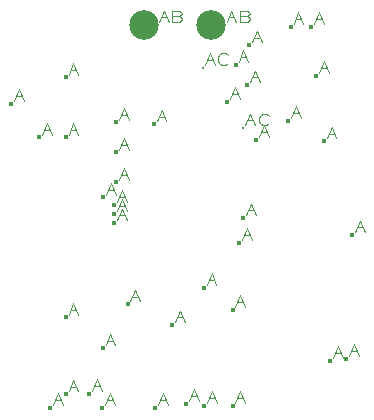
<source format=gbr>
G04 GENERATED BY PULSONIX 12.5 GERBER.DLL 9449*
G04 #@! TF.GenerationSoftware,Pulsonix,Pulsonix,12.5.9449*
G04 #@! TF.CreationDate,2024-02-09T14:36:55--1:00*
G04 #@! TF.Part,Single*
%FSLAX35Y35*%
%LPD*%
%MOMM*%
G04 #@! TF.FileFunction,Drillmap*
G04 #@! TF.FilePolarity,Positive*
G04 #@! TA.AperFunction,ViaPad*
%ADD96C,0.40000*%
G04 #@! TD.AperFunction*
%ADD97C,0.10000*%
G04 #@! TA.AperFunction,ViaPad*
%ADD98C,0.30000*%
G04 #@! TA.AperFunction,ComponentPad*
%ADD99C,2.50000*%
G04 #@! TD.AperFunction*
X0Y0D02*
D02*
D96*
X469500Y3660375D03*
X707625Y3374625D03*
X796996Y1087000D03*
X929875Y1199750D03*
Y1850625D03*
Y3374625D03*
Y3882625D03*
X1130625Y1203865D03*
X1241496Y1087000D03*
X1242581Y1588798D03*
X1247375Y2866625D03*
X1338006Y2647882D03*
Y2727192D03*
Y2805668D03*
X1358500Y2993625D03*
Y3247625D03*
Y3501625D03*
X1453750Y1961750D03*
X1676000Y3485750D03*
X1685996Y1087000D03*
X1829125Y1785500D03*
X1948700Y1118750D03*
X2099000Y2103000D03*
X2104625Y1104500D03*
X2295125Y3676250D03*
X2342750Y1104500D03*
Y1914125D03*
X2368875Y3992125D03*
X2400625Y2484000D03*
X2432375Y2690375D03*
X2464125Y3817500D03*
X2483232Y4153924D03*
X2540500Y3357125D03*
X2813375Y3515875D03*
X2834875Y4311250D03*
X3009500D03*
X3051500Y3896875D03*
X3115000Y3341250D03*
X3168250Y1485500D03*
X3305500Y1499750D03*
X3353125Y2547500D03*
D02*
D97*
X494500Y3685081D02*
X535676Y3783904D01*
X576853Y3685081D01*
X510971Y3726257D02*
X560382Y3726257D01*
X732625Y3399331D02*
X773801Y3498154D01*
X814978Y3399331D01*
X749096Y3440507D02*
X798507Y3440507D01*
X821996Y1111706D02*
X863172Y1210529D01*
X904349Y1111706D01*
X838467Y1152882D02*
X887878Y1152882D01*
X954875Y1224456D02*
X996051Y1323279D01*
X1037228Y1224456D01*
X971346Y1265632D02*
X1020757Y1265632D01*
X954875Y1875331D02*
X996051Y1974154D01*
X1037228Y1875331D01*
X971346Y1916507D02*
X1020757Y1916507D01*
X954875Y3399331D02*
X996051Y3498154D01*
X1037228Y3399331D01*
X971346Y3440507D02*
X1020757Y3440507D01*
X954875Y3907331D02*
X996051Y4006154D01*
X1037228Y3907331D01*
X971346Y3948507D02*
X1020757Y3948507D01*
X1155625Y1228571D02*
X1196801Y1327394D01*
X1237978Y1228571D01*
X1172096Y1269747D02*
X1221507Y1269747D01*
X1266496Y1111706D02*
X1307672Y1210529D01*
X1348849Y1111706D01*
X1282967Y1152882D02*
X1332378Y1152882D01*
X1267581Y1613504D02*
X1308757Y1712327D01*
X1349934Y1613504D01*
X1284052Y1654680D02*
X1333463Y1654680D01*
X1272375Y2891331D02*
X1313551Y2990154D01*
X1354728Y2891331D01*
X1288846Y2932507D02*
X1338257Y2932507D01*
X1363006Y2672588D02*
X1404182Y2771411D01*
X1445359Y2672588D01*
X1379477Y2713764D02*
X1428888Y2713764D01*
X1363006Y2751898D02*
X1404182Y2850721D01*
X1445359Y2751898D01*
X1379477Y2793074D02*
X1428888Y2793074D01*
X1363006Y2830374D02*
X1404182Y2929197D01*
X1445359Y2830374D01*
X1379477Y2871550D02*
X1428888Y2871550D01*
X1383500Y3018331D02*
X1424676Y3117154D01*
X1465853Y3018331D01*
X1399971Y3059507D02*
X1449382Y3059507D01*
X1383500Y3272331D02*
X1424676Y3371154D01*
X1465853Y3272331D01*
X1399971Y3313507D02*
X1449382Y3313507D01*
X1383500Y3526331D02*
X1424676Y3625154D01*
X1465853Y3526331D01*
X1399971Y3567507D02*
X1449382Y3567507D01*
X1478750Y1986456D02*
X1519926Y2085279D01*
X1561103Y1986456D01*
X1495221Y2027632D02*
X1544632Y2027632D01*
X1701000Y3510456D02*
X1742176Y3609279D01*
X1783353Y3510456D01*
X1717471Y3551632D02*
X1766882Y3551632D01*
X1710996Y1111706D02*
X1752172Y1210529D01*
X1793349Y1111706D01*
X1727467Y1152882D02*
X1776878Y1152882D01*
X1721000Y4350206D02*
X1762176Y4449029D01*
X1803353Y4350206D01*
X1737471Y4391382D02*
X1786882Y4391382D01*
X1892047Y4399618D02*
X1908518Y4391382D01*
X1916753Y4374912D01*
X1908518Y4358441D01*
X1892047Y4350206D01*
X1834400D01*
Y4449029D01*
X1892047D01*
X1908518Y4440794D01*
X1916753Y4424324D01*
X1908518Y4407853D01*
X1892047Y4399618D01*
X1834400D01*
X1854125Y1810206D02*
X1895301Y1909029D01*
X1936478Y1810206D01*
X1870596Y1851382D02*
X1920007Y1851382D01*
X1973700Y1143456D02*
X2014876Y1242279D01*
X2056053Y1143456D01*
X1990171Y1184632D02*
X2039582Y1184632D01*
X2108750Y3986706D02*
X2149926Y4085529D01*
X2191103Y3986706D01*
X2125221Y4027882D02*
X2174632Y4027882D01*
X2304503Y4003176D02*
X2296268Y3994941D01*
X2279797Y3986706D01*
X2255091D01*
X2238621Y3994941D01*
X2230385Y4003176D01*
X2222150Y4019647D01*
Y4052588D01*
X2230385Y4069059D01*
X2238621Y4077294D01*
X2255091Y4085529D01*
X2279797D01*
X2296268Y4077294D01*
X2304503Y4069059D01*
X2124000Y2127706D02*
X2165176Y2226529D01*
X2206353Y2127706D01*
X2140471Y2168882D02*
X2189882Y2168882D01*
X2129625Y1129206D02*
X2170801Y1228029D01*
X2211978Y1129206D01*
X2146096Y1170382D02*
X2195507Y1170382D01*
X2292500Y4350206D02*
X2333676Y4449029D01*
X2374853Y4350206D01*
X2308971Y4391382D02*
X2358382Y4391382D01*
X2463547Y4399618D02*
X2480018Y4391382D01*
X2488253Y4374912D01*
X2480018Y4358441D01*
X2463547Y4350206D01*
X2405900D01*
Y4449029D01*
X2463547D01*
X2480018Y4440794D01*
X2488253Y4424324D01*
X2480018Y4407853D01*
X2463547Y4399618D01*
X2405900D01*
X2320125Y3700956D02*
X2361301Y3799779D01*
X2402478Y3700956D01*
X2336596Y3742132D02*
X2386007Y3742132D01*
X2367750Y1129206D02*
X2408926Y1228029D01*
X2450103Y1129206D01*
X2384221Y1170382D02*
X2433632Y1170382D01*
X2367750Y1938831D02*
X2408926Y2037654D01*
X2450103Y1938831D01*
X2384221Y1980007D02*
X2433632Y1980007D01*
X2393875Y4016831D02*
X2435051Y4115654D01*
X2476228Y4016831D01*
X2410346Y4058007D02*
X2459757Y4058007D01*
X2425625Y2508706D02*
X2466801Y2607529D01*
X2507978Y2508706D01*
X2442096Y2549882D02*
X2491507Y2549882D01*
X2452375Y3477081D02*
X2493551Y3575904D01*
X2534728Y3477081D01*
X2468846Y3518257D02*
X2518257Y3518257D01*
X2648128Y3493551D02*
X2639893Y3485316D01*
X2623422Y3477081D01*
X2598716D01*
X2582246Y3485316D01*
X2574010Y3493551D01*
X2565775Y3510022D01*
Y3542963D01*
X2574010Y3559434D01*
X2582246Y3567669D01*
X2598716Y3575904D01*
X2623422D01*
X2639893Y3567669D01*
X2648128Y3559434D01*
X2457375Y2715081D02*
X2498551Y2813904D01*
X2539728Y2715081D01*
X2473846Y2756257D02*
X2523257Y2756257D01*
X2489125Y3842206D02*
X2530301Y3941029D01*
X2571478Y3842206D01*
X2505596Y3883382D02*
X2555007Y3883382D01*
X2508232Y4178630D02*
X2549408Y4277453D01*
X2590585Y4178630D01*
X2524703Y4219806D02*
X2574114Y4219806D01*
X2565500Y3381831D02*
X2606676Y3480654D01*
X2647853Y3381831D01*
X2581971Y3423007D02*
X2631382Y3423007D01*
X2838375Y3540581D02*
X2879551Y3639404D01*
X2920728Y3540581D01*
X2854846Y3581757D02*
X2904257Y3581757D01*
X2859875Y4335956D02*
X2901051Y4434779D01*
X2942228Y4335956D01*
X2876346Y4377132D02*
X2925757Y4377132D01*
X3034500Y4335956D02*
X3075676Y4434779D01*
X3116853Y4335956D01*
X3050971Y4377132D02*
X3100382Y4377132D01*
X3076500Y3921581D02*
X3117676Y4020404D01*
X3158853Y3921581D01*
X3092971Y3962757D02*
X3142382Y3962757D01*
X3140000Y3365956D02*
X3181176Y3464779D01*
X3222353Y3365956D01*
X3156471Y3407132D02*
X3205882Y3407132D01*
X3193250Y1510206D02*
X3234426Y1609029D01*
X3275603Y1510206D01*
X3209721Y1551382D02*
X3259132Y1551382D01*
X3330500Y1524456D02*
X3371676Y1623279D01*
X3412853Y1524456D01*
X3346971Y1565632D02*
X3396382Y1565632D01*
X3378125Y2572206D02*
X3419301Y2671029D01*
X3460478Y2572206D01*
X3394596Y2613382D02*
X3444007Y2613382D01*
D02*
D98*
X2088750Y3962000D03*
X2432375Y3452375D03*
D02*
D99*
X1591000Y4325500D03*
X2162500D03*
X0Y0D02*
M02*

</source>
